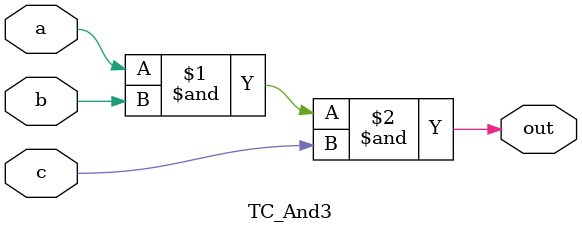
<source format=v>
module TC_And3(a, b, c, out);
    input a;
    input b;
    input c;
    output out;
    
    assign out = a & b & c;
endmodule


</source>
